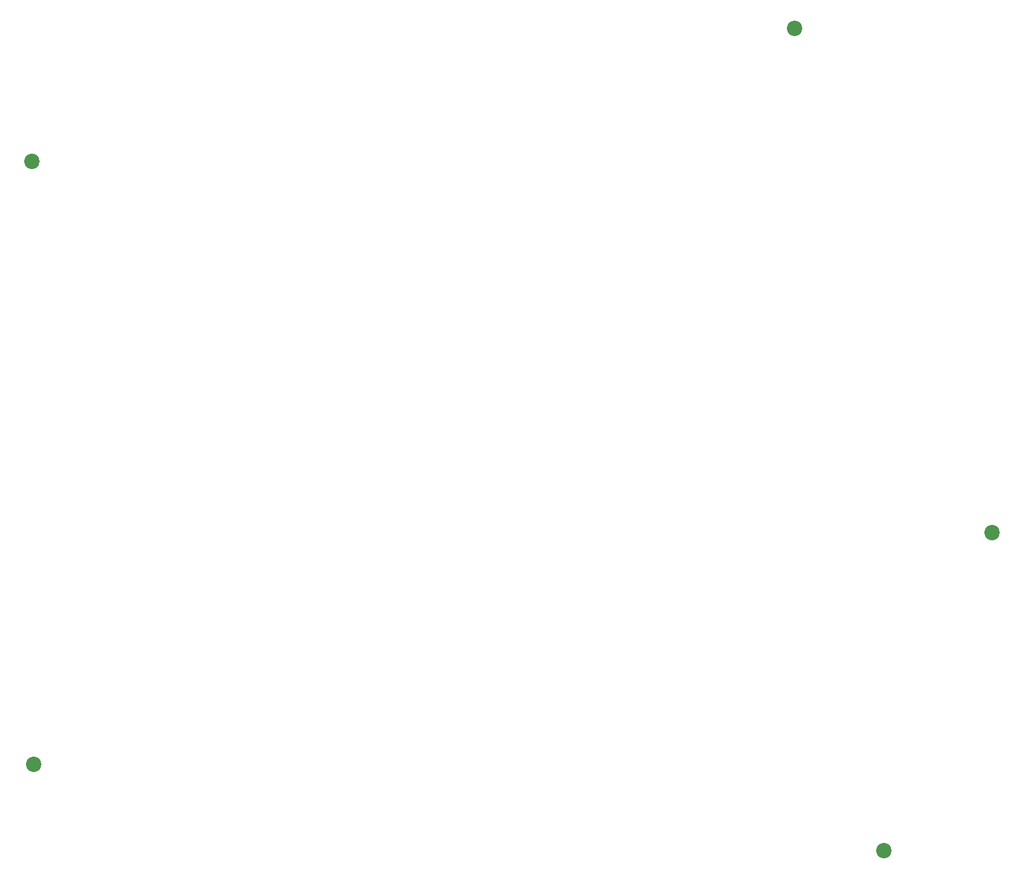
<source format=gbr>
G04 #@! TF.GenerationSoftware,KiCad,Pcbnew,9.0.6*
G04 #@! TF.CreationDate,2025-12-07T22:25:45+09:00*
G04 #@! TF.ProjectId,tarakkie_v1_left_top2,74617261-6b6b-4696-955f-76315f6c6566,rev?*
G04 #@! TF.SameCoordinates,Original*
G04 #@! TF.FileFunction,Soldermask,Top*
G04 #@! TF.FilePolarity,Negative*
%FSLAX46Y46*%
G04 Gerber Fmt 4.6, Leading zero omitted, Abs format (unit mm)*
G04 Created by KiCad (PCBNEW 9.0.6) date 2025-12-07 22:25:45*
%MOMM*%
%LPD*%
G01*
G04 APERTURE LIST*
%ADD10C,2.200000*%
G04 APERTURE END LIST*
D10*
X165200000Y-160900000D03*
X152400000Y-43160000D03*
X43400000Y-148600000D03*
X180690000Y-115360000D03*
X43200000Y-62200000D03*
M02*

</source>
